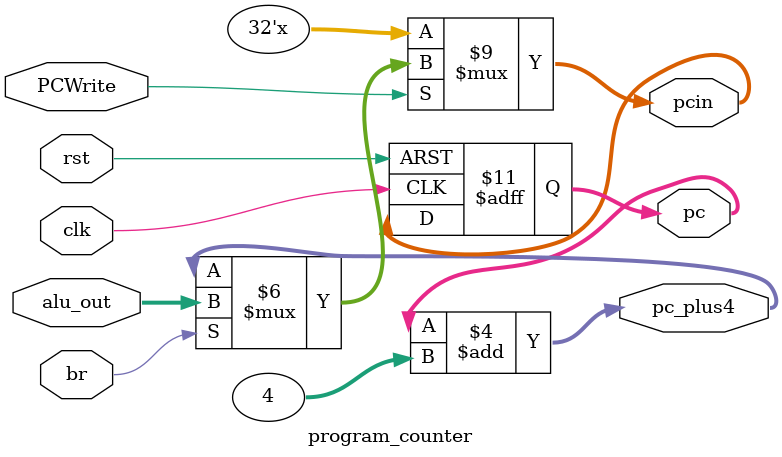
<source format=v>
module program_counter(
    input clk,
    input rst,
    input br,
    input [31:0] alu_out,
    input PCWrite,

    output reg [31:0] pc,
    output reg [31:0] pcin,
    output [31:0] pc_plus4
);


always@(*) begin
    if(!PCWrite) ;
    else if(br) pcin <= alu_out;
    else pcin <= pc_plus4;
end

always@(posedge clk or posedge rst) begin
    if(rst) pc <= 32'h3000;
    else pc <= pcin;
end

// always@(posedge clk or posedge rst) begin
//     if(rst) pc <= 32'h3000;
//     else if(!PCWrite) pc <= pc;
//     else if(br) pc <= alu_out;
//     else pc <= pc_plus4;
//     pcin <= pc;
// end

assign pc_plus4 = pc + 32'h4;

endmodule
</source>
